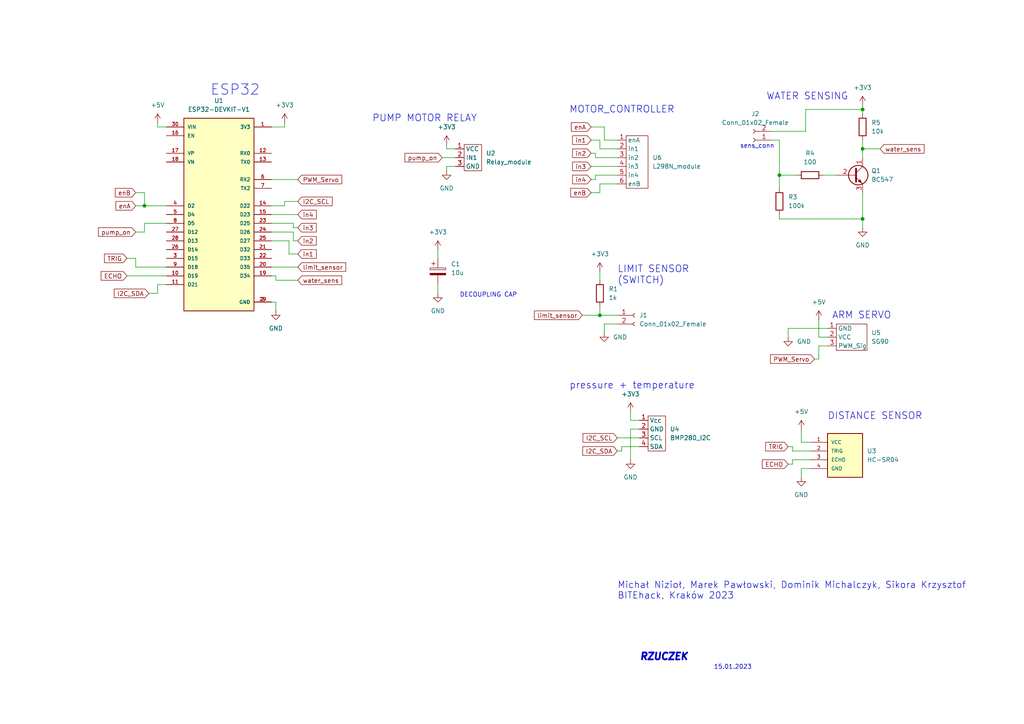
<source format=kicad_sch>
(kicad_sch (version 20211123) (generator eeschema)
  (paper "A4")
  (lib_symbols
    (symbol "Connector:Conn_01x02_Female" (pin_names (offset 1.016) hide)
      (property "Reference" "J" (at 0 2.54 0))
      (property "Value" "Conn_01x02_Female" (at 0 -5.08 0))
      (symbol "Conn_01x02_Female_1_1"
        (arc (start 0 -2.032) (mid -0.508 -2.54) (end 0 -3.048) (stroke (width 0.1524)))
        (polyline (pts (xy -1.27 -2.54) (xy -0.508 -2.54)) (stroke (width 0.1524)))
        (polyline (pts (xy -1.27 0) (xy -0.508 0)) (stroke (width 0.1524)))
        (arc (start 0 0.508) (mid -0.508 0) (end 0 -0.508) (stroke (width 0.1524)))
        (pin passive line (at -5.08 0 0) (length 3.81) (name "Pin_1") (number "1"))
        (pin passive line (at -5.08 -2.54 0) (length 3.81) (name "Pin_2") (number "2"))
      )
    )
    (symbol "Device:C_Polarized" (pin_numbers hide) (pin_names (offset 0.254))
      (property "Reference" "C" (at 0.635 2.54 0))
      (property "Value" "C_Polarized" (at 0.635 -2.54 0))
      (symbol "C_Polarized_0_1"
        (rectangle (start -2.286 0.508) (end 2.286 1.016))
        (polyline (pts (xy -1.778 2.286) (xy -0.762 2.286)))
        (polyline (pts (xy -1.27 2.794) (xy -1.27 1.778)))
        (rectangle (start 2.286 -0.508) (end -2.286 -1.016) (fill (type outline)))
      )
      (symbol "C_Polarized_1_1"
        (pin passive line (at 0 3.81 270) (length 2.794) (name "~") (number "1"))
        (pin passive line (at 0 -3.81 90) (length 2.794) (name "~") (number "2"))
      )
    )
    (symbol "Device:R" (pin_numbers hide) (pin_names (offset 0))
      (property "Reference" "R" (at 2.032 0 90))
      (property "Value" "R" (at 0 0 90))
      (symbol "R_0_1"
        (rectangle (start -1.016 -2.54) (end 1.016 2.54) (stroke (width 0.254)))
      )
      (symbol "R_1_1"
        (pin passive line (at 0 3.81 270) (length 1.27) (name "~") (number "1"))
        (pin passive line (at 0 -3.81 90) (length 1.27) (name "~") (number "2"))
      )
    )
    (symbol "ESP32-DEVKIT-V1:ESP32-DEVKIT-V1" (pin_names (offset 1.016))
      (property "Reference" "U" (at -10.16 30.48 0))
      (property "Value" "ESP32-DEVKIT-V1" (at -10.16 -30.48 0))
      (symbol "ESP32-DEVKIT-V1_0_0"
        (rectangle (start -10.16 -27.94) (end 10.16 27.94) (stroke (width 0.254)) (fill (type background)))
        (pin output line (at 15.24 25.4 180) (length 5.08) (name "3V3") (number "1"))
        (pin bidirectional line (at -15.24 -17.78 0) (length 5.08) (name "D19") (number "10"))
        (pin bidirectional line (at -15.24 -20.32 0) (length 5.08) (name "D21") (number "11"))
        (pin input line (at 15.24 17.78 180) (length 5.08) (name "RX0") (number "12"))
        (pin output line (at 15.24 15.24 180) (length 5.08) (name "TX0") (number "13"))
        (pin bidirectional line (at 15.24 2.54 180) (length 5.08) (name "D22") (number "14"))
        (pin bidirectional line (at 15.24 0 180) (length 5.08) (name "D23") (number "15"))
        (pin input line (at -15.24 22.86 0) (length 5.08) (name "EN") (number "16"))
        (pin bidirectional line (at -15.24 17.78 0) (length 5.08) (name "VP") (number "17"))
        (pin bidirectional line (at -15.24 15.24 0) (length 5.08) (name "VN") (number "18"))
        (pin bidirectional line (at 15.24 -17.78 180) (length 5.08) (name "D34") (number "19"))
        (pin power_in line (at 15.24 -25.4 180) (length 5.08) (name "GND") (number "2"))
        (pin bidirectional line (at 15.24 -15.24 180) (length 5.08) (name "D35") (number "20"))
        (pin bidirectional line (at 15.24 -10.16 180) (length 5.08) (name "D32") (number "21"))
        (pin bidirectional line (at 15.24 -12.7 180) (length 5.08) (name "D33") (number "22"))
        (pin bidirectional line (at 15.24 -2.54 180) (length 5.08) (name "D25") (number "23"))
        (pin bidirectional line (at 15.24 -5.08 180) (length 5.08) (name "D26") (number "24"))
        (pin bidirectional line (at 15.24 -7.62 180) (length 5.08) (name "D27") (number "25"))
        (pin bidirectional line (at -15.24 -10.16 0) (length 5.08) (name "D14") (number "26"))
        (pin bidirectional line (at -15.24 -5.08 0) (length 5.08) (name "D12") (number "27"))
        (pin bidirectional line (at -15.24 -7.62 0) (length 5.08) (name "D13") (number "28"))
        (pin power_in line (at 15.24 -25.4 180) (length 5.08) (name "GND") (number "29"))
        (pin bidirectional line (at -15.24 -12.7 0) (length 5.08) (name "D15") (number "3"))
        (pin input line (at -15.24 25.4 0) (length 5.08) (name "VIN") (number "30"))
        (pin bidirectional line (at -15.24 2.54 0) (length 5.08) (name "D2") (number "4"))
        (pin bidirectional line (at -15.24 0 0) (length 5.08) (name "D4") (number "5"))
        (pin input line (at 15.24 10.16 180) (length 5.08) (name "RX2") (number "6"))
        (pin output line (at 15.24 7.62 180) (length 5.08) (name "TX2") (number "7"))
        (pin bidirectional line (at -15.24 -2.54 0) (length 5.08) (name "D5") (number "8"))
        (pin bidirectional line (at -15.24 -15.24 0) (length 5.08) (name "D18") (number "9"))
      )
    )
    (symbol "HC-SR04:HC-SR04" (pin_names (offset 1.016))
      (property "Reference" "U" (at 0 5.0813 0))
      (property "Value" "HC-SR04" (at 0 -10.163 0))
      (symbol "HC-SR04_0_0"
        (rectangle (start 0 -7.62) (end 10.16 5.08) (stroke (width 0.254)) (fill (type background)))
        (pin power_in line (at -5.08 2.54 0) (length 5.08) (name "VCC") (number "1"))
        (pin bidirectional line (at -5.08 0 0) (length 5.08) (name "TRIG") (number "2"))
        (pin bidirectional line (at -5.08 -2.54 0) (length 5.08) (name "ECHO") (number "3"))
        (pin power_in line (at -5.08 -5.08 0) (length 5.08) (name "GND") (number "4"))
      )
    )
    (symbol "Transistor_BJT:BC547" (pin_names (offset 0) hide)
      (property "Reference" "Q" (at 5.08 1.905 0))
      (property "Value" "BC547" (at 5.08 0 0))
      (symbol "BC547_0_1"
        (polyline (pts (xy 0 0) (xy 0.635 0)))
        (polyline (pts (xy 0.635 0.635) (xy 2.54 2.54)))
        (polyline (pts (xy 0.635 -0.635) (xy 2.54 -2.54) (xy 2.54 -2.54)))
        (polyline (pts (xy 0.635 1.905) (xy 0.635 -1.905) (xy 0.635 -1.905)) (stroke (width 0.508)))
        (polyline (pts (xy 1.27 -1.778) (xy 1.778 -1.27) (xy 2.286 -2.286) (xy 1.27 -1.778) (xy 1.27 -1.778)) (fill (type outline)))
        (circle (center 1.27 0) (radius 2.8194) (stroke (width 0.254)))
      )
      (symbol "BC547_1_1"
        (pin passive line (at 2.54 5.08 270) (length 2.54) (name "C") (number "1"))
        (pin input line (at -5.08 0 0) (length 5.08) (name "B") (number "2"))
        (pin passive line (at 2.54 -5.08 90) (length 2.54) (name "E") (number "3"))
      )
    )
    (symbol "l298n_lib:BMP280_I2C"
      (property "Reference" "U" (at 0 2.54 0))
      (property "Value" "BMP280_I2C" (at 0 0 0))
      (symbol "BMP280_I2C_0_1"
        (rectangle (start 0 -1.27) (end 5.08 -11.43))
      )
      (symbol "BMP280_I2C_1_1"
        (pin input line (at -2.54 -2.54 0) (length 2.54) (name "Vcc") (number "1"))
        (pin input line (at -2.54 -5.08 0) (length 2.54) (name "GND") (number "2"))
        (pin input line (at -2.54 -7.62 0) (length 2.54) (name "SCL") (number "3"))
        (pin input line (at -2.54 -10.16 0) (length 2.54) (name "SDA") (number "4"))
      )
    )
    (symbol "l298n_lib:L298N_module"
      (property "Reference" "U" (at 0 2.54 0))
      (property "Value" "L298N_module" (at 0 0 0))
      (symbol "L298N_module_0_1"
        (rectangle (start -1.27 -1.27) (end 5.08 -16.51))
      )
      (symbol "L298N_module_1_1"
        (pin input line (at -3.81 -2.54 0) (length 2.54) (name "enA") (number "1"))
        (pin input line (at -3.81 -5.08 0) (length 2.54) (name "in1") (number "2"))
        (pin input line (at -3.81 -7.62 0) (length 2.54) (name "in2") (number "3"))
        (pin input line (at -3.81 -10.16 0) (length 2.54) (name "in3") (number "4"))
        (pin input line (at -3.81 -12.7 0) (length 2.54) (name "in4") (number "5"))
        (pin input line (at -3.81 -15.24 0) (length 2.54) (name "enB") (number "6"))
      )
    )
    (symbol "l298n_lib:Relay_module"
      (property "Reference" "U" (at 0 0 0))
      (property "Value" "Relay_module" (at 0 0 0))
      (symbol "Relay_module_0_1"
        (rectangle (start -1.27 -2.54) (end 3.81 -10.16))
      )
      (symbol "Relay_module_1_1"
        (pin input line (at -3.81 -3.81 0) (length 2.54) (name "VCC") (number "1"))
        (pin input line (at -3.81 -6.35 0) (length 2.54) (name "IN1") (number "2"))
        (pin input line (at -3.81 -8.89 0) (length 2.54) (name "GND") (number "3"))
      )
    )
    (symbol "l298n_lib:SG90"
      (property "Reference" "U" (at 0 2.54 0))
      (property "Value" "SG90" (at 0 0 0))
      (symbol "SG90_0_1"
        (rectangle (start -1.27 -1.27) (end 7.62 -8.89))
      )
      (symbol "SG90_1_1"
        (pin input line (at -3.81 -2.54 0) (length 2.54) (name "GND") (number "1"))
        (pin input line (at -3.81 -5.08 0) (length 2.54) (name "VCC") (number "2"))
        (pin input line (at -3.81 -7.62 0) (length 2.54) (name "PWM_Sig") (number "3"))
      )
    )
    (symbol "power:+3.3V" (power) (pin_names (offset 0))
      (property "Value" "+3.3V" (at 0 3.556 0))
      (symbol "+3.3V_0_1"
        (polyline (pts (xy -0.762 1.27) (xy 0 2.54)))
        (polyline (pts (xy 0 0) (xy 0 2.54)))
        (polyline (pts (xy 0 2.54) (xy 0.762 1.27)))
      )
      (symbol "+3.3V_1_1"
        (pin power_in line (at 0 0 90) (length 0) hide (name "+3V3") (number "1"))
      )
    )
    (symbol "power:+5V" (power) (pin_names (offset 0))
      (property "Value" "+5V" (at 0 3.556 0))
      (symbol "+5V_0_1"
        (polyline (pts (xy -0.762 1.27) (xy 0 2.54)))
        (polyline (pts (xy 0 0) (xy 0 2.54)))
        (polyline (pts (xy 0 2.54) (xy 0.762 1.27)))
      )
      (symbol "+5V_1_1"
        (pin power_in line (at 0 0 90) (length 0) hide (name "+5V") (number "1"))
      )
    )
    (symbol "power:GND" (power) (pin_names (offset 0))
      (property "Value" "GND" (at 0 -3.81 0))
      (symbol "GND_0_1"
        (polyline (pts (xy 0 0) (xy 0 -1.27) (xy 1.27 -1.27) (xy 0 -2.54) (xy -1.27 -1.27) (xy 0 -1.27)))
      )
      (symbol "GND_1_1"
        (pin power_in line (at 0 0 270) (length 0) hide (name "GND") (number "1"))
      )
    )
  )
  (junction (at 250.19 43.18))
  (junction (at 226.06 50.8))
  (junction (at 173.99 91.44))
  (junction (at 250.19 63.5))
  (junction (at 41.91 59.69))
  (junction (at 250.19 31.75))
  (wire (pts (xy 238.76 50.8) (xy 242.57 50.8)))
  (wire (pts (xy 78.74 64.77) (xy 85.09 64.77)))
  (wire (pts (xy 223.52 38.1) (xy 233.68 38.1)))
  (wire (pts (xy 45.72 35.56) (xy 45.72 36.83)))
  (wire (pts (xy 173.99 55.88) (xy 173.99 53.34)))
  (wire (pts (xy 129.54 48.26) (xy 132.08 48.26)))
  (wire (pts (xy 129.54 43.18) (xy 132.08 43.18)))
  (wire (pts (xy 78.74 52.07) (xy 86.36 52.07)))
  (wire (pts (xy 250.19 31.75) (xy 250.19 33.02)))
  (wire (pts (xy 175.26 36.83) (xy 175.26 40.64)))
  (wire (pts (xy 171.45 55.88) (xy 173.99 55.88)))
  (wire (pts (xy 232.41 128.27) (xy 234.95 128.27)))
  (wire (pts (xy 182.88 119.38) (xy 182.88 121.92)))
  (wire (pts (xy 185.42 121.92) (xy 182.88 121.92)))
  (wire (pts (xy 231.14 50.8) (xy 226.06 50.8)))
  (wire (pts (xy 172.72 52.07) (xy 171.45 52.07)))
  (wire (pts (xy 240.03 100.33) (xy 237.49 100.33)))
  (wire (pts (xy 226.06 62.23) (xy 226.06 63.5)))
  (wire (pts (xy 185.42 124.46) (xy 182.88 124.46)))
  (wire (pts (xy 226.06 40.64) (xy 226.06 50.8)))
  (wire (pts (xy 41.91 64.77) (xy 48.26 64.77)))
  (wire (pts (xy 234.95 133.35) (xy 229.87 133.35)))
  (wire (pts (xy 78.74 62.23) (xy 86.36 62.23)))
  (wire (pts (xy 45.72 85.09) (xy 45.72 82.55)))
  (wire (pts (xy 234.95 135.89) (xy 232.41 135.89)))
  (wire (pts (xy 80.01 87.63) (xy 80.01 90.17)))
  (wire (pts (xy 172.72 45.72) (xy 172.72 44.45)))
  (wire (pts (xy 172.72 50.8) (xy 172.72 52.07)))
  (wire (pts (xy 250.19 43.18) (xy 255.27 43.18)))
  (wire (pts (xy 226.06 50.8) (xy 226.06 54.61)))
  (wire (pts (xy 173.99 91.44) (xy 179.07 91.44)))
  (wire (pts (xy 41.91 55.88) (xy 41.91 59.69)))
  (wire (pts (xy 128.27 45.72) (xy 132.08 45.72)))
  (wire (pts (xy 82.55 36.83) (xy 82.55 35.56)))
  (wire (pts (xy 179.07 130.81) (xy 180.34 130.81)))
  (wire (pts (xy 83.82 69.85) (xy 83.82 73.66)))
  (wire (pts (xy 41.91 67.31) (xy 41.91 64.77)))
  (wire (pts (xy 237.49 100.33) (xy 237.49 104.14)))
  (wire (pts (xy 229.87 129.54) (xy 229.87 130.81)))
  (wire (pts (xy 78.74 67.31) (xy 85.09 67.31)))
  (wire (pts (xy 175.26 96.52) (xy 175.26 93.98)))
  (wire (pts (xy 172.72 44.45) (xy 171.45 44.45)))
  (wire (pts (xy 39.37 74.93) (xy 39.37 77.47)))
  (wire (pts (xy 129.54 49.53) (xy 129.54 48.26)))
  (wire (pts (xy 250.19 55.88) (xy 250.19 63.5)))
  (wire (pts (xy 39.37 55.88) (xy 41.91 55.88)))
  (wire (pts (xy 41.91 59.69) (xy 48.26 59.69)))
  (wire (pts (xy 233.68 31.75) (xy 250.19 31.75)))
  (wire (pts (xy 240.03 97.79) (xy 237.49 97.79)))
  (wire (pts (xy 175.26 40.64) (xy 179.07 40.64)))
  (wire (pts (xy 179.07 50.8) (xy 172.72 50.8)))
  (wire (pts (xy 127 72.39) (xy 127 74.93)))
  (wire (pts (xy 233.68 38.1) (xy 233.68 31.75)))
  (wire (pts (xy 229.87 130.81) (xy 234.95 130.81)))
  (wire (pts (xy 175.26 93.98) (xy 179.07 93.98)))
  (wire (pts (xy 240.03 95.25) (xy 228.6 95.25)))
  (wire (pts (xy 171.45 36.83) (xy 175.26 36.83)))
  (wire (pts (xy 237.49 97.79) (xy 237.49 92.71)))
  (wire (pts (xy 250.19 43.18) (xy 250.19 45.72)))
  (wire (pts (xy 39.37 59.69) (xy 41.91 59.69)))
  (wire (pts (xy 250.19 63.5) (xy 250.19 66.04)))
  (wire (pts (xy 78.74 87.63) (xy 80.01 87.63)))
  (wire (pts (xy 179.07 127) (xy 185.42 127)))
  (wire (pts (xy 39.37 67.31) (xy 41.91 67.31)))
  (wire (pts (xy 36.83 74.93) (xy 39.37 74.93)))
  (wire (pts (xy 80.01 80.01) (xy 80.01 81.28)))
  (wire (pts (xy 168.91 91.44) (xy 173.99 91.44)))
  (wire (pts (xy 232.41 135.89) (xy 232.41 138.43)))
  (wire (pts (xy 78.74 36.83) (xy 82.55 36.83)))
  (wire (pts (xy 45.72 36.83) (xy 48.26 36.83)))
  (wire (pts (xy 250.19 40.64) (xy 250.19 43.18)))
  (wire (pts (xy 36.83 80.01) (xy 48.26 80.01)))
  (wire (pts (xy 83.82 73.66) (xy 86.36 73.66)))
  (wire (pts (xy 39.37 77.47) (xy 48.26 77.47)))
  (wire (pts (xy 182.88 124.46) (xy 182.88 133.35)))
  (wire (pts (xy 127 82.55) (xy 127 85.09)))
  (wire (pts (xy 171.45 48.26) (xy 179.07 48.26)))
  (wire (pts (xy 228.6 95.25) (xy 228.6 97.79)))
  (wire (pts (xy 173.99 40.64) (xy 173.99 43.18)))
  (wire (pts (xy 171.45 40.64) (xy 173.99 40.64)))
  (wire (pts (xy 78.74 69.85) (xy 83.82 69.85)))
  (wire (pts (xy 232.41 124.46) (xy 232.41 128.27)))
  (wire (pts (xy 78.74 80.01) (xy 80.01 80.01)))
  (wire (pts (xy 173.99 78.74) (xy 173.99 81.28)))
  (wire (pts (xy 85.09 66.04) (xy 86.36 66.04)))
  (wire (pts (xy 45.72 82.55) (xy 48.26 82.55)))
  (wire (pts (xy 180.34 130.81) (xy 180.34 129.54)))
  (wire (pts (xy 85.09 64.77) (xy 85.09 66.04)))
  (wire (pts (xy 43.18 85.09) (xy 45.72 85.09)))
  (wire (pts (xy 129.54 41.91) (xy 129.54 43.18)))
  (wire (pts (xy 228.6 134.62) (xy 229.87 134.62)))
  (wire (pts (xy 179.07 45.72) (xy 172.72 45.72)))
  (wire (pts (xy 173.99 43.18) (xy 179.07 43.18)))
  (wire (pts (xy 85.09 69.85) (xy 86.36 69.85)))
  (wire (pts (xy 173.99 88.9) (xy 173.99 91.44)))
  (wire (pts (xy 82.55 59.69) (xy 82.55 58.42)))
  (wire (pts (xy 82.55 58.42) (xy 86.36 58.42)))
  (wire (pts (xy 78.74 59.69) (xy 82.55 59.69)))
  (wire (pts (xy 229.87 133.35) (xy 229.87 134.62)))
  (wire (pts (xy 85.09 67.31) (xy 85.09 69.85)))
  (wire (pts (xy 237.49 104.14) (xy 236.22 104.14)))
  (wire (pts (xy 80.01 81.28) (xy 86.36 81.28)))
  (wire (pts (xy 223.52 40.64) (xy 226.06 40.64)))
  (wire (pts (xy 78.74 77.47) (xy 86.36 77.47)))
  (wire (pts (xy 226.06 63.5) (xy 250.19 63.5)))
  (wire (pts (xy 228.6 129.54) (xy 229.87 129.54)))
  (wire (pts (xy 180.34 129.54) (xy 185.42 129.54)))
  (wire (pts (xy 250.19 30.48) (xy 250.19 31.75)))
  (wire (pts (xy 173.99 53.34) (xy 179.07 53.34)))
  (text "pressure + temperature" (at 165.1 113.03 0) (effects (font (size 2 2)) (justify left bottom)))
  (text "15.01.2023" (at 207.01 194.31 0) (effects (font (size 1.27 1.27)) (justify left bottom)))
  (text "WATER SENSING" (at 222.25 29.21 0) (effects (font (size 2 2)) (justify left bottom)))
  (text "Michał Nizioł, Marek Pawłowski, Dominik Michalczyk, Sikora Krzysztof\nBITEhack, Kraków 2023" (at 179.07 173.99 0) (effects (font (size 1.9 1.9)) (justify left bottom)))
  (text "RZUCZEK" (at 185.42 191.77 0) (effects (font (size 2 2) (thickness 1) bold italic) (justify left bottom)))
  (text "ESP32" (at 60.96 27.94 0) (effects (font (size 3 3)) (justify left bottom)))
  (text "DISTANCE SENSOR" (at 240.03 121.92 0) (effects (font (size 2 2)) (justify left bottom)))
  (text "DECOUPLING CAP" (at 133.35 86.36 0) (effects (font (size 1.27 1.27)) (justify left bottom)))
  (text "PUMP MOTOR RELAY" (at 107.95 35.56 0) (effects (font (size 2 2)) (justify left bottom)))
  (text "LIMIT SENSOR \n(SWITCH)" (at 179.07 82.55 0) (effects (font (size 2 2)) (justify left bottom)))
  (text "ARM SERVO" (at 241.3 92.71 0) (effects (font (size 2 2)) (justify left bottom)))
  (text "sens_conn" (at 214.63 43.18 0) (effects (font (size 1.27 1.27)) (justify left bottom)))
  (text "MOTOR_CONTROLLER\n" (at 165.1 33.02 0) (effects (font (size 2 2)) (justify left bottom)))
  (global_label "PWM_Servo" (shape input) (at 236.22 104.14 180) (property "Intersheet References" "${INTERSHEET_REFS}" (effects hide)))
  (global_label "PWM_Servo" (shape input) (at 86.36 52.07 0) (property "Intersheet References" "${INTERSHEET_REFS}" (effects hide)))
  (global_label "in1" (shape input) (at 86.36 73.66 0) (property "Intersheet References" "${INTERSHEET_REFS}" (effects hide)))
  (global_label "TRIG" (shape input) (at 228.6 129.54 180) (property "Intersheet References" "${INTERSHEET_REFS}" (effects hide)))
  (global_label "in4" (shape input) (at 171.45 52.07 180) (property "Intersheet References" "${INTERSHEET_REFS}" (effects hide)))
  (global_label "in2" (shape input) (at 86.36 69.85 0) (property "Intersheet References" "${INTERSHEET_REFS}" (effects hide)))
  (global_label "in3" (shape input) (at 86.36 66.04 0) (property "Intersheet References" "${INTERSHEET_REFS}" (effects hide)))
  (global_label "ECHO" (shape input) (at 228.6 134.62 180) (property "Intersheet References" "${INTERSHEET_REFS}" (effects hide)))
  (global_label "TRIG" (shape input) (at 36.83 74.93 180) (property "Intersheet References" "${INTERSHEET_REFS}" (effects hide)))
  (global_label "in4" (shape input) (at 86.36 62.23 0) (property "Intersheet References" "${INTERSHEET_REFS}" (effects hide)))
  (global_label "limit_sensor" (shape input) (at 168.91 91.44 180) (property "Intersheet References" "${INTERSHEET_REFS}" (effects hide)))
  (global_label "limit_sensor" (shape input) (at 86.36 77.47 0) (property "Intersheet References" "${INTERSHEET_REFS}" (effects hide)))
  (global_label "enA" (shape input) (at 171.45 36.83 180) (property "Intersheet References" "${INTERSHEET_REFS}" (effects hide)))
  (global_label "pump_on" (shape input) (at 128.27 45.72 180) (property "Intersheet References" "${INTERSHEET_REFS}" (effects hide)))
  (global_label "enA" (shape input) (at 39.37 59.69 180) (property "Intersheet References" "${INTERSHEET_REFS}" (effects hide)))
  (global_label "I2C_SDA" (shape input) (at 179.07 130.81 180) (property "Intersheet References" "${INTERSHEET_REFS}" (effects hide)))
  (global_label "water_sens" (shape input) (at 86.36 81.28 0) (property "Intersheet References" "${INTERSHEET_REFS}" (effects hide)))
  (global_label "water_sens" (shape input) (at 255.27 43.18 0) (property "Intersheet References" "${INTERSHEET_REFS}" (effects hide)))
  (global_label "ECHO" (shape input) (at 36.83 80.01 180) (property "Intersheet References" "${INTERSHEET_REFS}" (effects hide)))
  (global_label "in1" (shape input) (at 171.45 40.64 180) (property "Intersheet References" "${INTERSHEET_REFS}" (effects hide)))
  (global_label "in3" (shape input) (at 171.45 48.26 180) (property "Intersheet References" "${INTERSHEET_REFS}" (effects hide)))
  (global_label "I2C_SCL" (shape input) (at 86.36 58.42 0) (property "Intersheet References" "${INTERSHEET_REFS}" (effects hide)))
  (global_label "I2C_SCL" (shape input) (at 179.07 127 180) (property "Intersheet References" "${INTERSHEET_REFS}" (effects hide)))
  (global_label "enB" (shape input) (at 39.37 55.88 180) (property "Intersheet References" "${INTERSHEET_REFS}" (effects hide)))
  (global_label "in2" (shape input) (at 171.45 44.45 180) (property "Intersheet References" "${INTERSHEET_REFS}" (effects hide)))
  (global_label "I2C_SDA" (shape input) (at 43.18 85.09 180) (property "Intersheet References" "${INTERSHEET_REFS}" (effects hide)))
  (global_label "enB" (shape input) (at 171.45 55.88 180) (property "Intersheet References" "${INTERSHEET_REFS}" (effects hide)))
  (global_label "pump_on" (shape input) (at 39.37 67.31 180) (property "Intersheet References" "${INTERSHEET_REFS}" (effects hide)))
  (symbol (lib_id "power:+3.3V") (at 127 72.39 0) (unit 1)
    (property "Reference" "#PWR01" (effects hide))
    (property "Value" "+3.3V" (at 127 67.31 0))
  )
  (symbol (lib_id "l298n_lib:L298N_module") (at 182.88 38.1 0) (unit 1)
    (property "Reference" "U6" (at 189.23 45.7199 0) (effects (justify left)))
    (property "Value" "L298N_module" (at 189.23 48.2599 0) (effects (justify left)))
    (property "Footprint" "Connector_PinHeader_2.54mm:PinHeader_1x06_P2.54mm_Vertical" (effects hide))
  )
  (symbol (lib_id "power:GND") (at 129.54 49.53 0) (unit 1)
    (property "Reference" "#PWR05" (effects hide))
    (property "Value" "GND" (at 129.54 54.61 0))
  )
  (symbol (lib_id "power:GND") (at 175.26 96.52 0) (unit 1)
    (property "Reference" "#PWR013" (effects hide))
    (property "Value" "GND" (at 177.8 97.7899 0) (effects (justify left)))
  )
  (symbol (lib_id "HC-SR04:HC-SR04") (at 240.03 130.81 0) (unit 1)
    (property "Reference" "U3" (at 251.46 130.8099 0) (effects (justify left)))
    (property "Value" "HC-SR04" (at 251.46 133.3499 0) (effects (justify left)))
    (property "Footprint" "Connector_PinHeader_2.54mm:PinHeader_1x04_P2.54mm_Vertical" (effects hide))
    (property "MANUFACTURER" "Osepp" (effects hide))
  )
  (symbol (lib_id "Connector:Conn_01x02_Female") (at 184.15 91.44 0) (unit 1)
    (property "Reference" "J1" (at 185.42 91.4399 0) (effects (justify left)))
    (property "Value" "Conn_01x02_Female" (at 185.42 93.9799 0) (effects (justify left)))
    (property "Footprint" "Connector_PinHeader_2.54mm:PinHeader_1x02_P2.54mm_Vertical" (effects hide))
  )
  (symbol (lib_id "l298n_lib:BMP280_I2C") (at 187.96 119.38 0) (unit 1)
    (property "Reference" "U4" (at 194.31 124.4599 0) (effects (justify left)))
    (property "Value" "BMP280_I2C" (at 194.31 126.9999 0) (effects (justify left)))
    (property "Footprint" "Connector_PinHeader_2.54mm:PinHeader_1x04_P2.54mm_Vertical" (effects hide))
  )
  (symbol (lib_id "power:GND") (at 182.88 133.35 0) (unit 1)
    (property "Reference" "#PWR015" (effects hide))
    (property "Value" "GND" (at 182.88 138.43 0))
  )
  (symbol (lib_id "power:+3.3V") (at 82.55 35.56 0) (unit 1)
    (property "Reference" "#PWR07" (effects hide))
    (property "Value" "+3.3V" (at 82.55 30.48 0))
  )
  (symbol (lib_id "Device:R") (at 234.95 50.8 90) (unit 1)
    (property "Reference" "R4" (at 234.95 44.45 90))
    (property "Value" "100" (at 234.95 46.99 90))
    (property "Footprint" "Resistor_THT:R_Axial_DIN0204_L3.6mm_D1.6mm_P7.62mm_Horizontal" (effects hide))
  )
  (symbol (lib_id "Transistor_BJT:BC547") (at 247.65 50.8 0) (unit 1)
    (property "Reference" "Q1" (at 252.73 49.5299 0) (effects (justify left)))
    (property "Value" "BC547" (at 252.73 52.0699 0) (effects (justify left)))
    (property "Footprint" "Package_TO_SOT_THT:TO-92_Inline" (effects hide))
    (property "Datasheet" "https://www.onsemi.com/pub/Collateral/BC550-D.pdf" (effects hide))
  )
  (symbol (lib_id "ESP32-DEVKIT-V1:ESP32-DEVKIT-V1") (at 63.5 62.23 0) (unit 1)
    (property "Reference" "U1" (at 63.5 29.21 0))
    (property "Value" "ESP32-DEVKIT-V1" (at 63.5 31.75 0))
    (property "Footprint" "symbols_footprints:MODULE_ESP32_DEVKIT_V1" (effects hide))
    (property "MANUFACTURER" "DOIT" (effects hide))
    (property "STANDARD" "Manufacturer Recommendations" (effects hide))
    (property "PARTREV" "N/A" (effects hide))
    (property "MAXIMUM_PACKAGE_HEIGHT" "6.8 mm" (effects hide))
  )
  (symbol (lib_id "power:GND") (at 80.01 90.17 0) (unit 1)
    (property "Reference" "#PWR06" (effects hide))
    (property "Value" "GND" (at 80.01 95.25 0))
  )
  (symbol (lib_id "Device:C_Polarized") (at 127 78.74 0) (unit 1)
    (property "Reference" "C1" (at 130.81 76.5809 0) (effects (justify left)))
    (property "Value" "10u" (at 130.81 79.1209 0) (effects (justify left)))
    (property "Footprint" "Capacitor_THT:CP_Radial_D5.0mm_P2.50mm" (effects hide))
  )
  (symbol (lib_id "Device:R") (at 173.99 85.09 0) (unit 1)
    (property "Reference" "R1" (at 176.53 83.8199 0) (effects (justify left)))
    (property "Value" "1k" (at 176.53 86.3599 0) (effects (justify left)))
    (property "Footprint" "Resistor_THT:R_Axial_DIN0204_L3.6mm_D1.6mm_P7.62mm_Horizontal" (effects hide))
  )
  (symbol (lib_id "power:+3.3V") (at 250.19 30.48 0) (unit 1)
    (property "Reference" "#PWR020" (effects hide))
    (property "Value" "+3.3V" (at 250.19 25.4 0))
  )
  (symbol (lib_id "power:+5V") (at 237.49 92.71 0) (unit 1)
    (property "Reference" "#PWR017" (effects hide))
    (property "Value" "+5V" (at 237.49 87.63 0))
  )
  (symbol (lib_id "power:GND") (at 232.41 138.43 0) (unit 1)
    (property "Reference" "#PWR012" (effects hide))
    (property "Value" "GND" (at 232.41 143.51 0))
  )
  (symbol (lib_id "l298n_lib:Relay_module") (at 135.89 39.37 0) (unit 1)
    (property "Reference" "U2" (at 140.97 44.4499 0) (effects (justify left)))
    (property "Value" "Relay_module" (at 140.97 46.9899 0) (effects (justify left)))
    (property "Footprint" "Connector_PinHeader_2.54mm:PinHeader_1x03_P2.54mm_Vertical" (effects hide))
  )
  (symbol (lib_id "Connector:Conn_01x02_Female") (at 218.44 40.64 180) (unit 1)
    (property "Reference" "J2" (at 219.075 33.02 0))
    (property "Value" "Conn_01x02_Female" (at 219.075 35.56 0))
    (property "Footprint" "Connector_PinHeader_2.54mm:PinHeader_1x02_P2.54mm_Vertical" (effects hide))
  )
  (symbol (lib_id "power:+3.3V") (at 129.54 41.91 0) (unit 1)
    (property "Reference" "#PWR04" (effects hide))
    (property "Value" "+3.3V" (at 129.54 36.83 0))
  )
  (symbol (lib_id "Device:R") (at 226.06 58.42 180) (unit 1)
    (property "Reference" "R3" (at 228.6 57.1499 0) (effects (justify right)))
    (property "Value" "100k" (at 228.6 59.6899 0) (effects (justify right)))
    (property "Footprint" "Resistor_THT:R_Axial_DIN0204_L3.6mm_D1.6mm_P7.62mm_Horizontal" (effects hide))
  )
  (symbol (lib_id "power:+5V") (at 232.41 124.46 0) (unit 1)
    (property "Reference" "#PWR011" (effects hide))
    (property "Value" "+5V" (at 232.41 119.38 0))
  )
  (symbol (lib_id "Device:R") (at 250.19 36.83 180) (unit 1)
    (property "Reference" "R5" (at 252.73 35.5599 0) (effects (justify right)))
    (property "Value" "10k" (at 252.73 38.0999 0) (effects (justify right)))
    (property "Footprint" "Resistor_THT:R_Axial_DIN0204_L3.6mm_D1.6mm_P7.62mm_Horizontal" (effects hide))
  )
  (symbol (lib_id "power:+3.3V") (at 173.99 78.74 0) (unit 1)
    (property "Reference" "#PWR010" (effects hide))
    (property "Value" "+3.3V" (at 173.99 73.66 0))
  )
  (symbol (lib_id "power:GND") (at 127 85.09 0) (unit 1)
    (property "Reference" "#PWR02" (effects hide))
    (property "Value" "GND" (at 127 90.17 0))
  )
  (symbol (lib_id "l298n_lib:SG90") (at 243.84 92.71 0) (unit 1)
    (property "Reference" "U5" (at 252.73 96.5199 0) (effects (justify left)))
    (property "Value" "SG90" (at 252.73 99.0599 0) (effects (justify left)))
    (property "Footprint" "Connector_PinHeader_2.54mm:PinHeader_1x03_P2.54mm_Vertical" (effects hide))
  )
  (symbol (lib_id "power:GND") (at 250.19 66.04 0) (unit 1)
    (property "Reference" "#PWR021" (effects hide))
    (property "Value" "GND" (at 250.19 71.12 0))
  )
  (symbol (lib_id "power:GND") (at 228.6 97.79 0) (unit 1)
    (property "Reference" "#PWR016" (effects hide))
    (property "Value" "GND" (at 231.14 99.0599 0) (effects (justify left)))
  )
  (symbol (lib_id "power:+3.3V") (at 182.88 119.38 0) (unit 1)
    (property "Reference" "#PWR014" (effects hide))
    (property "Value" "+3.3V" (at 182.88 114.3 0))
  )
  (symbol (lib_id "power:+5V") (at 45.72 35.56 0) (unit 1)
    (property "Reference" "#PWR03" (effects hide))
    (property "Value" "+5V" (at 45.72 30.48 0))
  )
)
</source>
